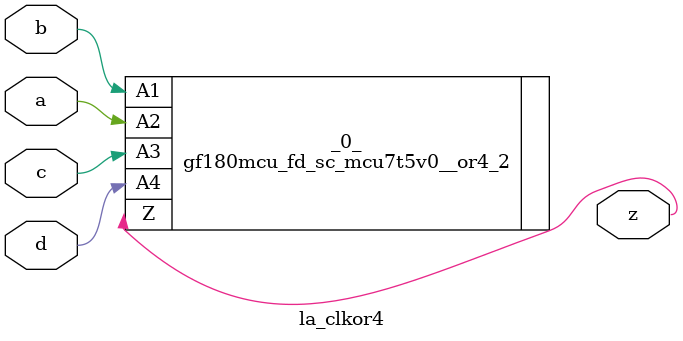
<source format=v>
/* Generated by Yosys 0.37 (git sha1 a5c7f69ed, clang 14.0.0-1ubuntu1.1 -fPIC -Os) */

module la_clkor4(a, b, c, d, z);
  input a;
  wire a;
  input b;
  wire b;
  input c;
  wire c;
  input d;
  wire d;
  output z;
  wire z;
  gf180mcu_fd_sc_mcu7t5v0__or4_2 _0_ (
    .A1(b),
    .A2(a),
    .A3(c),
    .A4(d),
    .Z(z)
  );
endmodule

</source>
